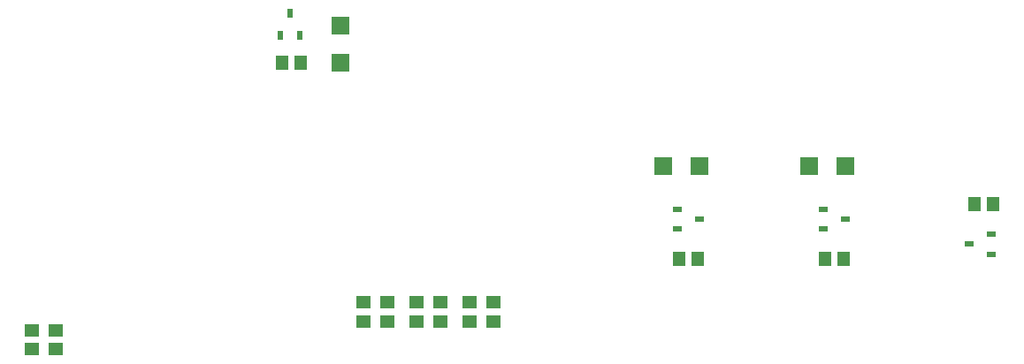
<source format=gbp>
%FSTAX25Y25*%
%MOIN*%
G70*
G01*
G75*
G04 Layer_Color=128*
%ADD10R,0.04724X0.05512*%
%ADD11R,0.35039X0.41929*%
%ADD12R,0.09449X0.04134*%
%ADD13R,0.05512X0.04724*%
%ADD14R,0.08465X0.11221*%
%ADD15O,0.01181X0.05709*%
%ADD16O,0.05709X0.01181*%
%ADD17C,0.01000*%
%ADD18C,0.01500*%
%ADD19C,0.03000*%
%ADD20C,0.02000*%
%ADD21C,0.11811*%
%ADD22C,0.11000*%
%ADD23C,0.06693*%
%ADD24O,0.03937X0.07874*%
%ADD25O,0.03937X0.07874*%
%ADD26C,0.07874*%
%ADD27R,0.04724X0.04724*%
%ADD28C,0.04724*%
%ADD29C,0.15748*%
%ADD30C,0.05906*%
%ADD31R,0.05906X0.05906*%
%ADD32R,0.07874X0.07874*%
%ADD33R,0.05906X0.05906*%
%ADD34O,0.30000X0.15000*%
%ADD35C,0.06299*%
%ADD36C,0.05000*%
%ADD37C,0.04000*%
%ADD38C,0.02756*%
%ADD39R,0.02362X0.03347*%
%ADD40R,0.03347X0.02362*%
%ADD41R,0.06693X0.06693*%
%ADD42R,0.06693X0.06693*%
%ADD43C,0.05000*%
%ADD44C,0.10000*%
%ADD45C,0.00984*%
%ADD46C,0.00787*%
%ADD47C,0.02362*%
%ADD48R,0.05524X0.06312*%
%ADD49R,0.35839X0.42729*%
%ADD50R,0.10249X0.04934*%
%ADD51R,0.06312X0.05524*%
%ADD52R,0.09265X0.12020*%
%ADD53O,0.01981X0.06509*%
%ADD54O,0.06509X0.01981*%
%ADD55C,0.12611*%
%ADD56C,0.11800*%
%ADD57C,0.07493*%
%ADD58O,0.04737X0.08674*%
%ADD59O,0.04737X0.08674*%
%ADD60C,0.08674*%
%ADD61R,0.05524X0.05524*%
%ADD62C,0.05524*%
%ADD63C,0.16548*%
%ADD64C,0.06706*%
%ADD65R,0.06706X0.06706*%
%ADD66R,0.08674X0.08674*%
%ADD67R,0.06706X0.06706*%
%ADD68O,0.30800X0.15800*%
%ADD69C,0.07099*%
%ADD70C,0.05800*%
%ADD71C,0.04800*%
%ADD72C,0.03556*%
%ADD73R,0.03162X0.04147*%
%ADD74R,0.04147X0.03162*%
%ADD75R,0.07493X0.07493*%
%ADD76R,0.07493X0.07493*%
D10*
X04Y008D02*
D03*
X0392913D02*
D03*
X0336457Y00595D02*
D03*
X0343543D02*
D03*
X0281457D02*
D03*
X0288543D02*
D03*
X0131957Y01335D02*
D03*
X0139043D02*
D03*
D13*
X01715Y0035957D02*
D03*
Y0043043D02*
D03*
X01625Y0035957D02*
D03*
Y0043043D02*
D03*
X01915Y0035957D02*
D03*
Y0043043D02*
D03*
X02115Y0035957D02*
D03*
Y0043043D02*
D03*
X01825Y0035957D02*
D03*
Y0043043D02*
D03*
X02025Y0035957D02*
D03*
Y0043043D02*
D03*
X00375Y0025457D02*
D03*
Y0032543D02*
D03*
X00465Y0032543D02*
D03*
Y0025457D02*
D03*
D39*
X0138665Y0143768D02*
D03*
X0131185D02*
D03*
X0134925Y0152232D02*
D03*
D40*
X0399189Y006874D02*
D03*
Y006126D02*
D03*
X0390724Y0065D02*
D03*
X0280768Y007076D02*
D03*
Y007824D02*
D03*
X0289232Y00745D02*
D03*
X0335768Y007076D02*
D03*
Y007824D02*
D03*
X0344232Y00745D02*
D03*
D41*
X0154Y014735D02*
D03*
Y013365D02*
D03*
D42*
X028935Y00945D02*
D03*
X027565D02*
D03*
X034435Y00945D02*
D03*
X033065D02*
D03*
M02*

</source>
